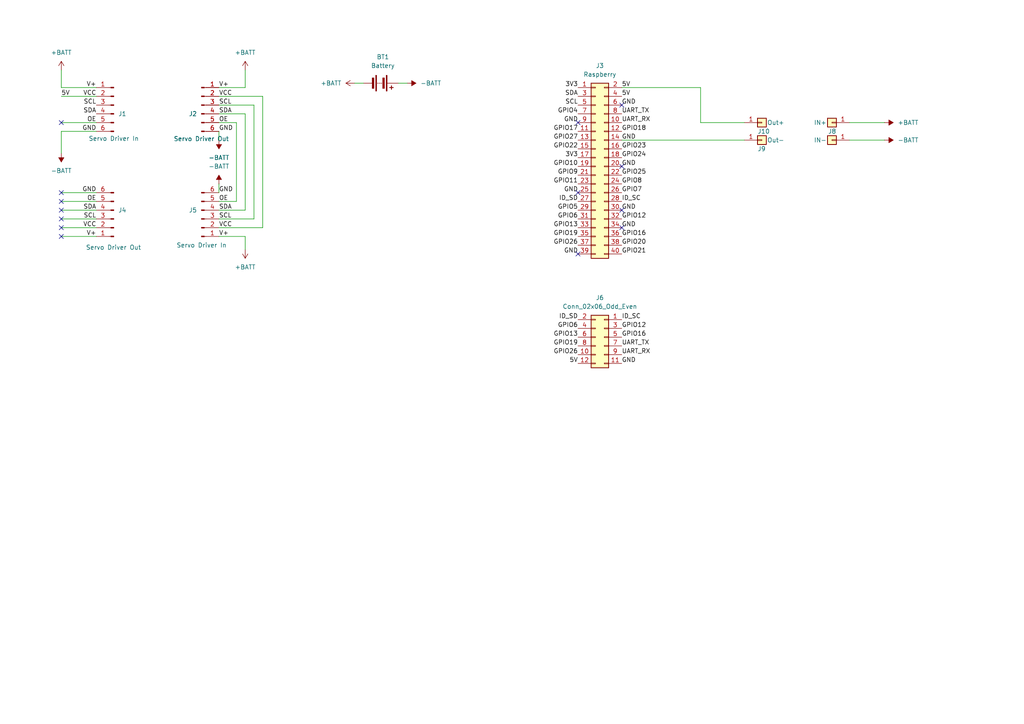
<source format=kicad_sch>
(kicad_sch (version 20231120) (generator "eeschema") (generator_version "8.0")
  (paper "A4")
  (lib_symbols
    (symbol "Connector:Conn_01x06_Pin" (pin_names (offset 1.016) hide)
      (property "Reference" "J" (at 0 7.62 0))
      (property "Value" "Conn_01x06_Pin" (at 0 -10.16 0))
      (symbol "Conn_01x06_Pin_1_1"
        (polyline (pts (xy 1.27 -7.62) (xy 0.8636 -7.62)) (stroke (width 0.1524)))
        (polyline (pts (xy 1.27 -5.08) (xy 0.8636 -5.08)) (stroke (width 0.1524)))
        (polyline (pts (xy 1.27 -2.54) (xy 0.8636 -2.54)) (stroke (width 0.1524)))
        (polyline (pts (xy 1.27 0) (xy 0.8636 0)) (stroke (width 0.1524)))
        (polyline (pts (xy 1.27 2.54) (xy 0.8636 2.54)) (stroke (width 0.1524)))
        (polyline (pts (xy 1.27 5.08) (xy 0.8636 5.08)) (stroke (width 0.1524)))
        (rectangle (start 0.8636 -7.493) (end 0 -7.747) (stroke (width 0.1524)) (fill (type outline)))
        (rectangle (start 0.8636 -4.953) (end 0 -5.207) (stroke (width 0.1524)) (fill (type outline)))
        (rectangle (start 0.8636 -2.413) (end 0 -2.667) (stroke (width 0.1524)) (fill (type outline)))
        (rectangle (start 0.8636 0.127) (end 0 -0.127) (stroke (width 0.1524)) (fill (type outline)))
        (rectangle (start 0.8636 2.667) (end 0 2.413) (stroke (width 0.1524)) (fill (type outline)))
        (rectangle (start 0.8636 5.207) (end 0 4.953) (stroke (width 0.1524)) (fill (type outline)))
        (pin passive line (at 5.08 5.08 180) (length 3.81) (name "Pin_1") (number "1"))
        (pin passive line (at 5.08 2.54 180) (length 3.81) (name "Pin_2") (number "2"))
        (pin passive line (at 5.08 0 180) (length 3.81) (name "Pin_3") (number "3"))
        (pin passive line (at 5.08 -2.54 180) (length 3.81) (name "Pin_4") (number "4"))
        (pin passive line (at 5.08 -5.08 180) (length 3.81) (name "Pin_5") (number "5"))
        (pin passive line (at 5.08 -7.62 180) (length 3.81) (name "Pin_6") (number "6"))
      )
    )
    (symbol "Connector_Generic:Conn_01x01" (pin_names (offset 1.016) hide)
      (property "Reference" "J" (at 0 2.54 0))
      (property "Value" "Conn_01x01" (at 0 -2.54 0))
      (symbol "Conn_01x01_1_1"
        (rectangle (start -1.27 0.127) (end 0 -0.127) (stroke (width 0.1524)))
        (rectangle (start -1.27 1.27) (end 1.27 -1.27) (stroke (width 0.254)) (fill (type background)))
        (pin passive line (at -5.08 0 0) (length 3.81) (name "Pin_1") (number "1"))
      )
    )
    (symbol "Connector_Generic:Conn_02x06_Odd_Even" (pin_names (offset 1.016) hide)
      (property "Reference" "J" (at 1.27 7.62 0))
      (property "Value" "Conn_02x06_Odd_Even" (at 1.27 -10.16 0))
      (symbol "Conn_02x06_Odd_Even_1_1"
        (rectangle (start -1.27 -7.493) (end 0 -7.747) (stroke (width 0.1524)))
        (rectangle (start -1.27 -4.953) (end 0 -5.207) (stroke (width 0.1524)))
        (rectangle (start -1.27 -2.413) (end 0 -2.667) (stroke (width 0.1524)))
        (rectangle (start -1.27 0.127) (end 0 -0.127) (stroke (width 0.1524)))
        (rectangle (start -1.27 2.667) (end 0 2.413) (stroke (width 0.1524)))
        (rectangle (start -1.27 5.207) (end 0 4.953) (stroke (width 0.1524)))
        (rectangle (start -1.27 6.35) (end 3.81 -8.89) (stroke (width 0.254)) (fill (type background)))
        (rectangle (start 3.81 -7.493) (end 2.54 -7.747) (stroke (width 0.1524)))
        (rectangle (start 3.81 -4.953) (end 2.54 -5.207) (stroke (width 0.1524)))
        (rectangle (start 3.81 -2.413) (end 2.54 -2.667) (stroke (width 0.1524)))
        (rectangle (start 3.81 0.127) (end 2.54 -0.127) (stroke (width 0.1524)))
        (rectangle (start 3.81 2.667) (end 2.54 2.413) (stroke (width 0.1524)))
        (rectangle (start 3.81 5.207) (end 2.54 4.953) (stroke (width 0.1524)))
        (pin passive line (at -5.08 5.08 0) (length 3.81) (name "Pin_1") (number "1"))
        (pin passive line (at 7.62 -5.08 180) (length 3.81) (name "Pin_10") (number "10"))
        (pin passive line (at -5.08 -7.62 0) (length 3.81) (name "Pin_11") (number "11"))
        (pin passive line (at 7.62 -7.62 180) (length 3.81) (name "Pin_12") (number "12"))
        (pin passive line (at 7.62 5.08 180) (length 3.81) (name "Pin_2") (number "2"))
        (pin passive line (at -5.08 2.54 0) (length 3.81) (name "Pin_3") (number "3"))
        (pin passive line (at 7.62 2.54 180) (length 3.81) (name "Pin_4") (number "4"))
        (pin passive line (at -5.08 0 0) (length 3.81) (name "Pin_5") (number "5"))
        (pin passive line (at 7.62 0 180) (length 3.81) (name "Pin_6") (number "6"))
        (pin passive line (at -5.08 -2.54 0) (length 3.81) (name "Pin_7") (number "7"))
        (pin passive line (at 7.62 -2.54 180) (length 3.81) (name "Pin_8") (number "8"))
        (pin passive line (at -5.08 -5.08 0) (length 3.81) (name "Pin_9") (number "9"))
      )
    )
    (symbol "Connector_Generic:Conn_02x20_Odd_Even" (pin_names (offset 1.016) hide)
      (property "Reference" "J" (at 1.27 25.4 0))
      (property "Value" "Conn_02x20_Odd_Even" (at 1.27 -27.94 0))
      (symbol "Conn_02x20_Odd_Even_1_1"
        (rectangle (start -1.27 -25.273) (end 0 -25.527) (stroke (width 0.1524)))
        (rectangle (start -1.27 -22.733) (end 0 -22.987) (stroke (width 0.1524)))
        (rectangle (start -1.27 -20.193) (end 0 -20.447) (stroke (width 0.1524)))
        (rectangle (start -1.27 -17.653) (end 0 -17.907) (stroke (width 0.1524)))
        (rectangle (start -1.27 -15.113) (end 0 -15.367) (stroke (width 0.1524)))
        (rectangle (start -1.27 -12.573) (end 0 -12.827) (stroke (width 0.1524)))
        (rectangle (start -1.27 -10.033) (end 0 -10.287) (stroke (width 0.1524)))
        (rectangle (start -1.27 -7.493) (end 0 -7.747) (stroke (width 0.1524)))
        (rectangle (start -1.27 -4.953) (end 0 -5.207) (stroke (width 0.1524)))
        (rectangle (start -1.27 -2.413) (end 0 -2.667) (stroke (width 0.1524)))
        (rectangle (start -1.27 0.127) (end 0 -0.127) (stroke (width 0.1524)))
        (rectangle (start -1.27 2.667) (end 0 2.413) (stroke (width 0.1524)))
        (rectangle (start -1.27 5.207) (end 0 4.953) (stroke (width 0.1524)))
        (rectangle (start -1.27 7.747) (end 0 7.493) (stroke (width 0.1524)))
        (rectangle (start -1.27 10.287) (end 0 10.033) (stroke (width 0.1524)))
        (rectangle (start -1.27 12.827) (end 0 12.573) (stroke (width 0.1524)))
        (rectangle (start -1.27 15.367) (end 0 15.113) (stroke (width 0.1524)))
        (rectangle (start -1.27 17.907) (end 0 17.653) (stroke (width 0.1524)))
        (rectangle (start -1.27 20.447) (end 0 20.193) (stroke (width 0.1524)))
        (rectangle (start -1.27 22.987) (end 0 22.733) (stroke (width 0.1524)))
        (rectangle (start -1.27 24.13) (end 3.81 -26.67) (stroke (width 0.254)) (fill (type background)))
        (rectangle (start 3.81 -25.273) (end 2.54 -25.527) (stroke (width 0.1524)))
        (rectangle (start 3.81 -22.733) (end 2.54 -22.987) (stroke (width 0.1524)))
        (rectangle (start 3.81 -20.193) (end 2.54 -20.447) (stroke (width 0.1524)))
        (rectangle (start 3.81 -17.653) (end 2.54 -17.907) (stroke (width 0.1524)))
        (rectangle (start 3.81 -15.113) (end 2.54 -15.367) (stroke (width 0.1524)))
        (rectangle (start 3.81 -12.573) (end 2.54 -12.827) (stroke (width 0.1524)))
        (rectangle (start 3.81 -10.033) (end 2.54 -10.287) (stroke (width 0.1524)))
        (rectangle (start 3.81 -7.493) (end 2.54 -7.747) (stroke (width 0.1524)))
        (rectangle (start 3.81 -4.953) (end 2.54 -5.207) (stroke (width 0.1524)))
        (rectangle (start 3.81 -2.413) (end 2.54 -2.667) (stroke (width 0.1524)))
        (rectangle (start 3.81 0.127) (end 2.54 -0.127) (stroke (width 0.1524)))
        (rectangle (start 3.81 2.667) (end 2.54 2.413) (stroke (width 0.1524)))
        (rectangle (start 3.81 5.207) (end 2.54 4.953) (stroke (width 0.1524)))
        (rectangle (start 3.81 7.747) (end 2.54 7.493) (stroke (width 0.1524)))
        (rectangle (start 3.81 10.287) (end 2.54 10.033) (stroke (width 0.1524)))
        (rectangle (start 3.81 12.827) (end 2.54 12.573) (stroke (width 0.1524)))
        (rectangle (start 3.81 15.367) (end 2.54 15.113) (stroke (width 0.1524)))
        (rectangle (start 3.81 17.907) (end 2.54 17.653) (stroke (width 0.1524)))
        (rectangle (start 3.81 20.447) (end 2.54 20.193) (stroke (width 0.1524)))
        (rectangle (start 3.81 22.987) (end 2.54 22.733) (stroke (width 0.1524)))
        (pin passive line (at -5.08 22.86 0) (length 3.81) (name "Pin_1") (number "1"))
        (pin passive line (at 7.62 12.7 180) (length 3.81) (name "Pin_10") (number "10"))
        (pin passive line (at -5.08 10.16 0) (length 3.81) (name "Pin_11") (number "11"))
        (pin passive line (at 7.62 10.16 180) (length 3.81) (name "Pin_12") (number "12"))
        (pin passive line (at -5.08 7.62 0) (length 3.81) (name "Pin_13") (number "13"))
        (pin passive line (at 7.62 7.62 180) (length 3.81) (name "Pin_14") (number "14"))
        (pin passive line (at -5.08 5.08 0) (length 3.81) (name "Pin_15") (number "15"))
        (pin passive line (at 7.62 5.08 180) (length 3.81) (name "Pin_16") (number "16"))
        (pin passive line (at -5.08 2.54 0) (length 3.81) (name "Pin_17") (number "17"))
        (pin passive line (at 7.62 2.54 180) (length 3.81) (name "Pin_18") (number "18"))
        (pin passive line (at -5.08 0 0) (length 3.81) (name "Pin_19") (number "19"))
        (pin passive line (at 7.62 22.86 180) (length 3.81) (name "Pin_2") (number "2"))
        (pin passive line (at 7.62 0 180) (length 3.81) (name "Pin_20") (number "20"))
        (pin passive line (at -5.08 -2.54 0) (length 3.81) (name "Pin_21") (number "21"))
        (pin passive line (at 7.62 -2.54 180) (length 3.81) (name "Pin_22") (number "22"))
        (pin passive line (at -5.08 -5.08 0) (length 3.81) (name "Pin_23") (number "23"))
        (pin passive line (at 7.62 -5.08 180) (length 3.81) (name "Pin_24") (number "24"))
        (pin passive line (at -5.08 -7.62 0) (length 3.81) (name "Pin_25") (number "25"))
        (pin passive line (at 7.62 -7.62 180) (length 3.81) (name "Pin_26") (number "26"))
        (pin passive line (at -5.08 -10.16 0) (length 3.81) (name "Pin_27") (number "27"))
        (pin passive line (at 7.62 -10.16 180) (length 3.81) (name "Pin_28") (number "28"))
        (pin passive line (at -5.08 -12.7 0) (length 3.81) (name "Pin_29") (number "29"))
        (pin passive line (at -5.08 20.32 0) (length 3.81) (name "Pin_3") (number "3"))
        (pin passive line (at 7.62 -12.7 180) (length 3.81) (name "Pin_30") (number "30"))
        (pin passive line (at -5.08 -15.24 0) (length 3.81) (name "Pin_31") (number "31"))
        (pin passive line (at 7.62 -15.24 180) (length 3.81) (name "Pin_32") (number "32"))
        (pin passive line (at -5.08 -17.78 0) (length 3.81) (name "Pin_33") (number "33"))
        (pin passive line (at 7.62 -17.78 180) (length 3.81) (name "Pin_34") (number "34"))
        (pin passive line (at -5.08 -20.32 0) (length 3.81) (name "Pin_35") (number "35"))
        (pin passive line (at 7.62 -20.32 180) (length 3.81) (name "Pin_36") (number "36"))
        (pin passive line (at -5.08 -22.86 0) (length 3.81) (name "Pin_37") (number "37"))
        (pin passive line (at 7.62 -22.86 180) (length 3.81) (name "Pin_38") (number "38"))
        (pin passive line (at -5.08 -25.4 0) (length 3.81) (name "Pin_39") (number "39"))
        (pin passive line (at 7.62 20.32 180) (length 3.81) (name "Pin_4") (number "4"))
        (pin passive line (at 7.62 -25.4 180) (length 3.81) (name "Pin_40") (number "40"))
        (pin passive line (at -5.08 17.78 0) (length 3.81) (name "Pin_5") (number "5"))
        (pin passive line (at 7.62 17.78 180) (length 3.81) (name "Pin_6") (number "6"))
        (pin passive line (at -5.08 15.24 0) (length 3.81) (name "Pin_7") (number "7"))
        (pin passive line (at 7.62 15.24 180) (length 3.81) (name "Pin_8") (number "8"))
        (pin passive line (at -5.08 12.7 0) (length 3.81) (name "Pin_9") (number "9"))
      )
    )
    (symbol "Device:Battery" (pin_numbers hide) (pin_names (offset 0) hide)
      (property "Reference" "BT" (at 2.54 2.54 0))
      (property "Value" "Battery" (at 2.54 0 0))
      (symbol "Battery_0_1"
        (rectangle (start -2.286 -1.27) (end 2.286 -1.524) (fill (type outline)))
        (rectangle (start -2.286 1.778) (end 2.286 1.524) (fill (type outline)))
        (rectangle (start -1.524 -2.032) (end 1.524 -2.54) (fill (type outline)))
        (rectangle (start -1.524 1.016) (end 1.524 0.508) (fill (type outline)))
        (polyline (pts (xy 0 -1.016) (xy 0 -0.762)))
        (polyline (pts (xy 0 -0.508) (xy 0 -0.254)))
        (polyline (pts (xy 0 0) (xy 0 0.254)))
        (polyline (pts (xy 0 1.778) (xy 0 2.54)))
        (polyline (pts (xy 0.762 3.048) (xy 1.778 3.048)) (stroke (width 0.254)))
        (polyline (pts (xy 1.27 3.556) (xy 1.27 2.54)) (stroke (width 0.254)))
      )
      (symbol "Battery_1_1"
        (pin passive line (at 0 5.08 270) (length 2.54) (name "+") (number "1"))
        (pin passive line (at 0 -5.08 90) (length 2.54) (name "-") (number "2"))
      )
    )
    (symbol "power:+BATT" (power) (pin_numbers hide) (pin_names (offset 0) hide)
      (property "Value" "+BATT" (at 0 3.556 0))
      (symbol "+BATT_0_1"
        (polyline (pts (xy -0.762 1.27) (xy 0 2.54)))
        (polyline (pts (xy 0 0) (xy 0 2.54)))
        (polyline (pts (xy 0 2.54) (xy 0.762 1.27)))
      )
      (symbol "+BATT_1_1"
        (pin power_in line (at 0 0 90) (length 0) (name "~") (number "1"))
      )
    )
    (symbol "power:-BATT" (power) (pin_numbers hide) (pin_names (offset 0) hide)
      (property "Value" "-BATT" (at 0 3.556 0))
      (symbol "-BATT_0_1"
        (polyline (pts (xy 0 0) (xy 0 2.54)))
        (polyline (pts (xy 0.762 1.27) (xy -0.762 1.27) (xy 0 2.54) (xy 0.762 1.27)) (fill (type outline)))
      )
      (symbol "-BATT_1_1"
        (pin power_in line (at 0 0 90) (length 0) (name "~") (number "1"))
      )
    )
  )
  (no_connect (at 180.34 66.04))
  (no_connect (at 17.78 68.58))
  (no_connect (at 17.78 55.88))
  (no_connect (at 180.34 60.96))
  (no_connect (at 180.34 48.26))
  (no_connect (at 167.64 55.88))
  (no_connect (at 167.64 35.56))
  (no_connect (at 17.78 60.96))
  (no_connect (at 17.78 35.56))
  (no_connect (at 167.64 73.66))
  (no_connect (at 180.34 30.48))
  (no_connect (at 17.78 58.42))
  (no_connect (at 17.78 66.04))
  (no_connect (at 17.78 63.5))
  (wire (pts (xy 203.2 35.56) (xy 215.9 35.56)))
  (wire (pts (xy 71.12 25.4) (xy 63.5 25.4)))
  (wire (pts (xy 180.34 40.64) (xy 215.9 40.64)))
  (wire (pts (xy 17.78 44.45) (xy 17.78 38.1)))
  (wire (pts (xy 71.12 60.96) (xy 63.5 60.96)))
  (wire (pts (xy 246.38 35.56) (xy 256.54 35.56)))
  (wire (pts (xy 63.5 38.1) (xy 63.5 40.64)))
  (wire (pts (xy 63.5 68.58) (xy 71.12 68.58)))
  (wire (pts (xy 68.58 35.56) (xy 63.5 35.56)))
  (wire (pts (xy 203.2 25.4) (xy 180.34 25.4)))
  (wire (pts (xy 71.12 68.58) (xy 71.12 72.39)))
  (wire (pts (xy 73.66 30.48) (xy 63.5 30.48)))
  (wire (pts (xy 17.78 60.96) (xy 27.94 60.96)))
  (wire (pts (xy 76.2 27.94) (xy 76.2 66.04)))
  (wire (pts (xy 63.5 53.34) (xy 63.5 55.88)))
  (wire (pts (xy 17.78 58.42) (xy 27.94 58.42)))
  (wire (pts (xy 73.66 63.5) (xy 73.66 30.48)))
  (wire (pts (xy 17.78 68.58) (xy 27.94 68.58)))
  (wire (pts (xy 115.57 24.13) (xy 118.11 24.13)))
  (wire (pts (xy 203.2 35.56) (xy 203.2 25.4)))
  (wire (pts (xy 17.78 63.5) (xy 27.94 63.5)))
  (wire (pts (xy 102.87 24.13) (xy 105.41 24.13)))
  (wire (pts (xy 63.5 33.02) (xy 71.12 33.02)))
  (wire (pts (xy 68.58 58.42) (xy 68.58 35.56)))
  (wire (pts (xy 17.78 55.88) (xy 27.94 55.88)))
  (wire (pts (xy 27.94 25.4) (xy 17.78 25.4)))
  (wire (pts (xy 17.78 35.56) (xy 27.94 35.56)))
  (wire (pts (xy 17.78 66.04) (xy 27.94 66.04)))
  (wire (pts (xy 71.12 33.02) (xy 71.12 60.96)))
  (wire (pts (xy 63.5 63.5) (xy 73.66 63.5)))
  (wire (pts (xy 76.2 66.04) (xy 63.5 66.04)))
  (wire (pts (xy 63.5 27.94) (xy 76.2 27.94)))
  (wire (pts (xy 17.78 27.94) (xy 27.94 27.94)))
  (wire (pts (xy 71.12 20.32) (xy 71.12 25.4)))
  (wire (pts (xy 17.78 38.1) (xy 27.94 38.1)))
  (wire (pts (xy 246.38 40.64) (xy 256.54 40.64)))
  (wire (pts (xy 63.5 58.42) (xy 68.58 58.42)))
  (wire (pts (xy 17.78 25.4) (xy 17.78 20.32)))
  (label "GPIO5" (at 167.64 60.96 180))
  (label "GND" (at 27.94 38.1 180))
  (label "SCL" (at 27.94 63.5 180))
  (label "GPIO13" (at 167.64 66.04 180))
  (label "V+" (at 63.5 68.58 0))
  (label "GPIO17" (at 167.64 38.1 180))
  (label "SCL" (at 167.64 30.48 180))
  (label "5V" (at 180.34 27.94 0))
  (label "GND" (at 180.34 40.64 0))
  (label "SCL" (at 63.5 30.48 0))
  (label "SCL" (at 27.94 30.48 180))
  (label "SDA" (at 63.5 33.02 0))
  (label "OE" (at 27.94 58.42 180))
  (label "5V" (at 17.78 27.94 0))
  (label "OE" (at 27.94 35.56 180))
  (label "OE" (at 63.5 58.42 0))
  (label "GPIO16" (at 180.34 68.58 0))
  (label "GPIO25" (at 180.34 50.8 0))
  (label "ID_SC" (at 180.34 58.42 0))
  (label "3V3" (at 167.64 25.4 180))
  (label "GPIO19" (at 167.64 100.33 180))
  (label "GND" (at 63.5 55.88 0))
  (label "GPIO27" (at 167.64 40.64 180))
  (label "GND" (at 167.64 35.56 180))
  (label "GND" (at 167.64 73.66 180))
  (label "V+" (at 27.94 25.4 180))
  (label "UART_TX" (at 180.34 100.33 0))
  (label "SDA" (at 63.5 60.96 0))
  (label "GND" (at 27.94 55.88 180))
  (label "GND" (at 180.34 60.96 0))
  (label "GPIO6" (at 167.64 63.5 180))
  (label "GPIO18" (at 180.34 38.1 0))
  (label "GPIO23" (at 180.34 43.18 0))
  (label "SDA" (at 167.64 27.94 180))
  (label "3V3" (at 167.64 45.72 180))
  (label "V+" (at 63.5 25.4 0))
  (label "5V" (at 167.64 105.41 180))
  (label "ID_SD" (at 167.64 92.71 180))
  (label "GND" (at 180.34 30.48 0))
  (label "ID_SD" (at 167.64 58.42 180))
  (label "UART_RX" (at 180.34 35.56 0))
  (label "GPIO10" (at 167.64 48.26 180))
  (label "GPIO22" (at 167.64 43.18 180))
  (label "GPIO21" (at 180.34 73.66 0))
  (label "OE" (at 63.5 35.56 0))
  (label "GPIO7" (at 180.34 55.88 0))
  (label "GPIO8" (at 180.34 53.34 0))
  (label "GPIO24" (at 180.34 45.72 0))
  (label "GPIO19" (at 167.64 68.58 180))
  (label "GND" (at 167.64 55.88 180))
  (label "VCC" (at 63.5 66.04 0))
  (label "GPIO6" (at 167.64 95.25 180))
  (label "GPIO26" (at 167.64 102.87 180))
  (label "GPIO16" (at 180.34 97.79 0))
  (label "GPIO4" (at 167.64 33.02 180))
  (label "GPIO12" (at 180.34 63.5 0))
  (label "UART_RX" (at 180.34 102.87 0))
  (label "SCL" (at 63.5 63.5 0))
  (label "UART_TX" (at 180.34 33.02 0))
  (label "V+" (at 27.94 68.58 180))
  (label "GND" (at 63.5 38.1 0))
  (label "GND" (at 180.34 105.41 0))
  (label "SDA" (at 27.94 60.96 180))
  (label "GPIO11" (at 167.64 53.34 180))
  (label "SDA" (at 27.94 33.02 180))
  (label "GPIO12" (at 180.34 95.25 0))
  (label "5V" (at 180.34 25.4 0))
  (label "GPIO9" (at 167.64 50.8 180))
  (label "VCC" (at 27.94 66.04 180))
  (label "GPIO26" (at 167.64 71.12 180))
  (label "GND" (at 180.34 48.26 0))
  (label "GPIO13" (at 167.64 97.79 180))
  (label "GND" (at 180.34 66.04 0))
  (label "VCC" (at 63.5 27.94 0))
  (label "VCC" (at 27.94 27.94 180))
  (label "GPIO20" (at 180.34 71.12 0))
  (label "ID_SC" (at 180.34 92.71 0))
  (symbol (lib_id "power:-BATT") (at 256.54 40.64 270) (mirror x) (unit 1)
    (property "Reference" "#PWR08" (effects (hide yes)))
    (property "Value" "-BATT" (at 260.35 40.6401 90) (effects (justify left)))
    (property "Description" "Power symbol creates a global label with name \"-BATT\"" (effects (hide yes)))
  )
  (symbol (lib_id "power:-BATT") (at 63.5 40.64 0) (mirror x) (unit 1)
    (property "Reference" "#PWR06" (effects (hide yes)))
    (property "Value" "-BATT" (at 63.5 45.72 0))
    (property "Description" "Power symbol creates a global label with name \"-BATT\"" (effects (hide yes)))
  )
  (symbol (lib_id "power:+BATT") (at 71.12 72.39 180) (unit 1)
    (property "Reference" "#PWR09" (effects (hide yes)))
    (property "Value" "+BATT" (at 71.12 77.47 0))
    (property "Description" "Power symbol creates a global label with name \"+BATT\"" (effects (hide yes)))
  )
  (symbol (lib_id "power:-BATT") (at 256.54 35.56 270) (mirror x) (unit 1)
    (property "Reference" "#PWR07" (effects (hide yes)))
    (property "Value" "+BATT" (at 260.35 35.5601 90) (effects (justify left)))
    (property "Description" "Power symbol creates a global label with name \"-BATT\"" (effects (hide yes)))
  )
  (symbol (lib_id "power:-BATT") (at 118.11 24.13 270) (unit 1)
    (property "Reference" "#PWR04" (effects (hide yes)))
    (property "Value" "-BATT" (at 121.92 24.1299 90) (effects (justify left)))
    (property "Description" "Power symbol creates a global label with name \"-BATT\"" (effects (hide yes)))
  )
  (symbol (lib_id "Connector:Conn_01x06_Pin") (at 33.02 30.48 0) (mirror y) (unit 1)
    (property "Reference" "J1" (at 34.29 33.0201 0) (effects (justify right)))
    (property "Value" "Servo Driver In" (at 25.688 40.1792 0) (effects (justify right)))
    (property "Footprint" "Connector_PinHeader_2.00mm:PinHeader_1x06_P2.00mm_Vertical" (effects (hide yes)))
    (property "Description" "Generic connector, single row, 01x06, script generated" (effects (hide yes)))
  )
  (symbol (lib_id "power:-BATT") (at 63.5 53.34 0) (mirror y) (unit 1)
    (property "Reference" "#PWR010" (effects (hide yes)))
    (property "Value" "-BATT" (at 63.5 48.26 0))
    (property "Description" "Power symbol creates a global label with name \"-BATT\"" (effects (hide yes)))
  )
  (symbol (lib_id "Device:Battery") (at 110.49 24.13 270) (unit 1)
    (property "Reference" "BT1" (at 111.0615 16.51 90))
    (property "Value" "Battery" (at 111.0615 19.05 90))
    (property "Footprint" "Connector_AMASS:AMASS_XT60-F_1x02_P7.20mm_Vertical" (effects (hide yes)))
    (property "Description" "Multiple-cell battery" (effects (hide yes)))
  )
  (symbol (lib_id "Connector_Generic:Conn_02x20_Odd_Even") (at 172.72 48.26 0) (unit 1)
    (property "Reference" "J3" (at 173.99 19.05 0))
    (property "Value" "Raspberry" (at 173.99 21.59 0))
    (property "Footprint" "Connector_PinSocket_2.00mm:PinSocket_2x20_P2.00mm_Vertical" (effects (hide yes)))
    (property "Description" "Generic connector, double row, 02x20, odd/even pin numbering scheme (row 1 odd numbers, row 2 even numbers), script generated (kicad-library-utils/schlib/autogen/connector/)" (effects (hide yes)))
  )
  (symbol (lib_id "Connector_Generic:Conn_01x01") (at 241.3 40.64 180) (unit 1)
    (property "Reference" "J7" (effects (hide yes)))
    (property "Value" "IN-" (at 239.776 40.64 0) (effects (justify left)))
    (property "Footprint" "Connector_PinHeader_2.00mm:PinHeader_1x01_P2.00mm_Vertical" (effects (hide yes)))
    (property "Description" "Generic connector, single row, 01x01, script generated (kicad-library-utils/schlib/autogen/connector/)" (effects (hide yes)))
  )
  (symbol (lib_id "Connector_Generic:Conn_02x06_Odd_Even") (at 175.26 97.79 0) (mirror y) (unit 1)
    (property "Reference" "J6" (at 173.99 86.36 0))
    (property "Value" "Conn_02x06_Odd_Even" (at 173.99 88.9 0))
    (property "Footprint" "Connector_PinSocket_2.00mm:PinSocket_2x06_P2.00mm_Vertical" (effects (hide yes)))
    (property "Description" "Generic connector, double row, 02x06, odd/even pin numbering scheme (row 1 odd numbers, row 2 even numbers), script generated (kicad-library-utils/schlib/autogen/connector/)" (effects (hide yes)))
  )
  (symbol (lib_id "Connector_Generic:Conn_01x01") (at 241.3 35.56 180) (unit 1)
    (property "Reference" "J8" (at 242.57 38.1 0) (effects (justify left)))
    (property "Value" "IN+" (at 239.776 35.56 0) (effects (justify left)))
    (property "Footprint" "Connector_PinHeader_2.00mm:PinHeader_1x01_P2.00mm_Vertical" (effects (hide yes)))
    (property "Description" "Generic connector, single row, 01x01, script generated (kicad-library-utils/schlib/autogen/connector/)" (effects (hide yes)))
  )
  (symbol (lib_id "Connector_Generic:Conn_01x01") (at 220.98 40.64 0) (mirror x) (unit 1)
    (property "Reference" "J9" (at 219.71 43.18 0) (effects (justify left)))
    (property "Value" "Out-" (at 222.504 40.64 0) (effects (justify left)))
    (property "Footprint" "Connector_PinHeader_2.00mm:PinHeader_1x01_P2.00mm_Vertical" (effects (hide yes)))
    (property "Description" "Generic connector, single row, 01x01, script generated (kicad-library-utils/schlib/autogen/connector/)" (effects (hide yes)))
  )
  (symbol (lib_id "Connector:Conn_01x06_Pin") (at 33.02 63.5 180) (unit 1)
    (property "Reference" "J4" (at 34.29 60.9599 0) (effects (justify right)))
    (property "Value" "Servo Driver Out" (at 24.892 71.755 0) (effects (justify right)))
    (property "Footprint" "Connector_PinHeader_2.00mm:PinHeader_1x06_P2.00mm_Vertical" (effects (hide yes)))
    (property "Description" "Generic connector, single row, 01x06, script generated" (effects (hide yes)))
  )
  (symbol (lib_id "Connector:Conn_01x06_Pin") (at 58.42 63.5 0) (mirror x) (unit 1)
    (property "Reference" "J5" (at 57.15 60.9599 0) (effects (justify right)))
    (property "Value" "Servo Driver In" (at 65.786 71.12 0) (effects (justify right)))
    (property "Footprint" "Connector_PinHeader_2.00mm:PinHeader_1x06_P2.00mm_Vertical" (effects (hide yes)))
    (property "Description" "Generic connector, single row, 01x06, script generated" (effects (hide yes)))
  )
  (symbol (lib_id "power:+BATT") (at 71.12 20.32 0) (unit 1)
    (property "Reference" "#PWR02" (effects (hide yes)))
    (property "Value" "+BATT" (at 71.12 15.24 0))
    (property "Description" "Power symbol creates a global label with name \"+BATT\"" (effects (hide yes)))
  )
  (symbol (lib_id "power:+BATT") (at 102.87 24.13 90) (unit 1)
    (property "Reference" "#PWR03" (effects (hide yes)))
    (property "Value" "+BATT" (at 99.06 24.1299 90) (effects (justify left)))
    (property "Description" "Power symbol creates a global label with name \"+BATT\"" (effects (hide yes)))
  )
  (symbol (lib_id "power:-BATT") (at 17.78 44.45 180) (unit 1)
    (property "Reference" "#PWR05" (effects (hide yes)))
    (property "Value" "-BATT" (at 17.78 49.53 0))
    (property "Description" "Power symbol creates a global label with name \"-BATT\"" (effects (hide yes)))
  )
  (symbol (lib_id "power:+BATT") (at 17.78 20.32 0) (unit 1)
    (property "Reference" "#PWR01" (effects (hide yes)))
    (property "Value" "+BATT" (at 17.78 15.24 0))
    (property "Description" "Power symbol creates a global label with name \"+BATT\"" (effects (hide yes)))
  )
  (symbol (lib_id "Connector:Conn_01x06_Pin") (at 58.42 30.48 0) (unit 1)
    (property "Reference" "J2" (at 57.15 33.0201 0) (effects (justify right)))
    (property "Value" "Servo Driver Out" (at 66.4248 40.2568 0) (effects (justify right)))
    (property "Footprint" "Connector_PinHeader_2.00mm:PinHeader_1x06_P2.00mm_Vertical" (effects (hide yes)))
    (property "Description" "Generic connector, single row, 01x06, script generated" (effects (hide yes)))
  )
  (symbol (lib_id "Connector_Generic:Conn_01x01") (at 220.98 35.56 0) (mirror x) (unit 1)
    (property "Reference" "J10" (at 219.71 38.1 0) (effects (justify left)))
    (property "Value" "Out+" (at 222.504 35.56 0) (effects (justify left)))
    (property "Footprint" "Connector_PinHeader_2.00mm:PinHeader_1x01_P2.00mm_Vertical" (effects (hide yes)))
    (property "Description" "Generic connector, single row, 01x01, script generated (kicad-library-utils/schlib/autogen/connector/)" (effects (hide yes)))
  )
)
</source>
